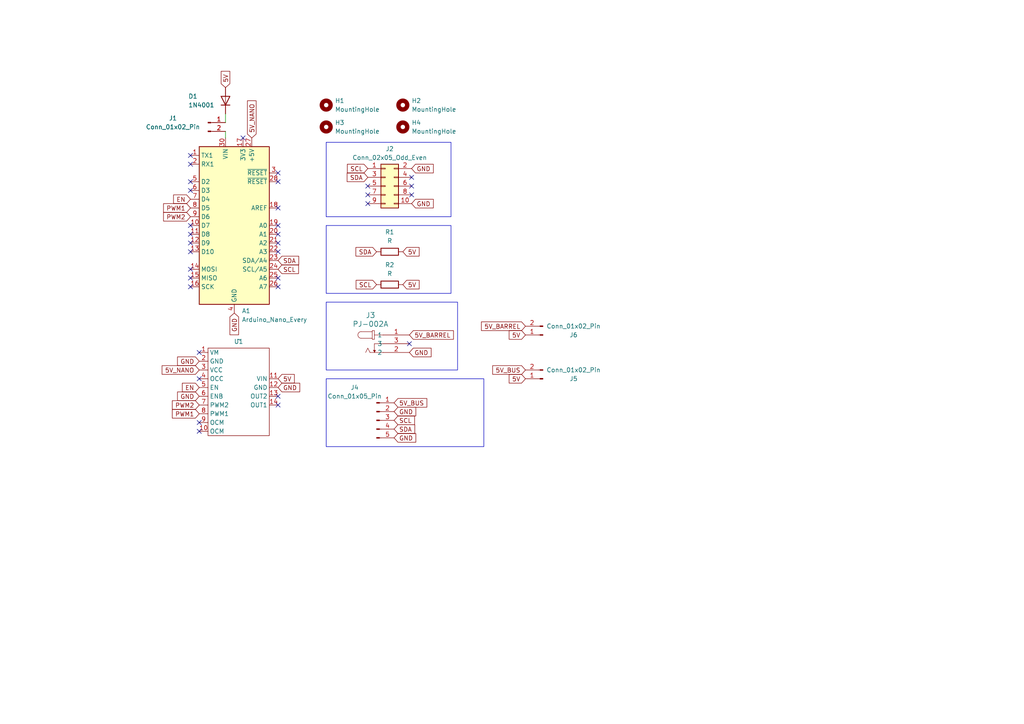
<source format=kicad_sch>
(kicad_sch (version 20230121) (generator eeschema)
  (paper "A4")
  (lib_symbols
    (symbol "Connector:Conn_01x02_Pin" (pin_names (offset 1.016) hide)
      (property "Reference" "J" (at 0 2.54 0))
      (property "Value" "Conn_01x02_Pin" (at 0 -5.08 0))
      (symbol "Conn_01x02_Pin_1_1"
        (polyline (pts (xy 1.27 -2.54) (xy 0.8636 -2.54)) (stroke (width 0.1524)))
        (polyline (pts (xy 1.27 0) (xy 0.8636 0)) (stroke (width 0.1524)))
        (rectangle (start 0.8636 -2.413) (end 0 -2.667) (stroke (width 0.1524)) (fill (type outline)))
        (rectangle (start 0.8636 0.127) (end 0 -0.127) (stroke (width 0.1524)) (fill (type outline)))
        (pin passive line (at 5.08 0 180) (length 3.81) (name "Pin_1") (number "1"))
        (pin passive line (at 5.08 -2.54 180) (length 3.81) (name "Pin_2") (number "2"))
      )
    )
    (symbol "Connector:Conn_01x05_Pin" (pin_names (offset 1.016) hide)
      (property "Reference" "J" (at 0 7.62 0))
      (property "Value" "Conn_01x05_Pin" (at 0 -7.62 0))
      (symbol "Conn_01x05_Pin_1_1"
        (polyline (pts (xy 1.27 -5.08) (xy 0.8636 -5.08)) (stroke (width 0.1524)))
        (polyline (pts (xy 1.27 -2.54) (xy 0.8636 -2.54)) (stroke (width 0.1524)))
        (polyline (pts (xy 1.27 0) (xy 0.8636 0)) (stroke (width 0.1524)))
        (polyline (pts (xy 1.27 2.54) (xy 0.8636 2.54)) (stroke (width 0.1524)))
        (polyline (pts (xy 1.27 5.08) (xy 0.8636 5.08)) (stroke (width 0.1524)))
        (rectangle (start 0.8636 -4.953) (end 0 -5.207) (stroke (width 0.1524)) (fill (type outline)))
        (rectangle (start 0.8636 -2.413) (end 0 -2.667) (stroke (width 0.1524)) (fill (type outline)))
        (rectangle (start 0.8636 0.127) (end 0 -0.127) (stroke (width 0.1524)) (fill (type outline)))
        (rectangle (start 0.8636 2.667) (end 0 2.413) (stroke (width 0.1524)) (fill (type outline)))
        (rectangle (start 0.8636 5.207) (end 0 4.953) (stroke (width 0.1524)) (fill (type outline)))
        (pin passive line (at 5.08 5.08 180) (length 3.81) (name "Pin_1") (number "1"))
        (pin passive line (at 5.08 2.54 180) (length 3.81) (name "Pin_2") (number "2"))
        (pin passive line (at 5.08 0 180) (length 3.81) (name "Pin_3") (number "3"))
        (pin passive line (at 5.08 -2.54 180) (length 3.81) (name "Pin_4") (number "4"))
        (pin passive line (at 5.08 -5.08 180) (length 3.81) (name "Pin_5") (number "5"))
      )
    )
    (symbol "Connector_Generic:Conn_02x05_Odd_Even" (pin_names (offset 1.016) hide)
      (property "Reference" "J" (at 1.27 7.62 0))
      (property "Value" "Conn_02x05_Odd_Even" (at 1.27 -7.62 0))
      (symbol "Conn_02x05_Odd_Even_1_1"
        (rectangle (start -1.27 -4.953) (end 0 -5.207) (stroke (width 0.1524)))
        (rectangle (start -1.27 -2.413) (end 0 -2.667) (stroke (width 0.1524)))
        (rectangle (start -1.27 0.127) (end 0 -0.127) (stroke (width 0.1524)))
        (rectangle (start -1.27 2.667) (end 0 2.413) (stroke (width 0.1524)))
        (rectangle (start -1.27 5.207) (end 0 4.953) (stroke (width 0.1524)))
        (rectangle (start -1.27 6.35) (end 3.81 -6.35) (stroke (width 0.254)) (fill (type background)))
        (rectangle (start 3.81 -4.953) (end 2.54 -5.207) (stroke (width 0.1524)))
        (rectangle (start 3.81 -2.413) (end 2.54 -2.667) (stroke (width 0.1524)))
        (rectangle (start 3.81 0.127) (end 2.54 -0.127) (stroke (width 0.1524)))
        (rectangle (start 3.81 2.667) (end 2.54 2.413) (stroke (width 0.1524)))
        (rectangle (start 3.81 5.207) (end 2.54 4.953) (stroke (width 0.1524)))
        (pin passive line (at -5.08 5.08 0) (length 3.81) (name "Pin_1") (number "1"))
        (pin passive line (at 7.62 -5.08 180) (length 3.81) (name "Pin_10") (number "10"))
        (pin passive line (at 7.62 5.08 180) (length 3.81) (name "Pin_2") (number "2"))
        (pin passive line (at -5.08 2.54 0) (length 3.81) (name "Pin_3") (number "3"))
        (pin passive line (at 7.62 2.54 180) (length 3.81) (name "Pin_4") (number "4"))
        (pin passive line (at -5.08 0 0) (length 3.81) (name "Pin_5") (number "5"))
        (pin passive line (at 7.62 0 180) (length 3.81) (name "Pin_6") (number "6"))
        (pin passive line (at -5.08 -2.54 0) (length 3.81) (name "Pin_7") (number "7"))
        (pin passive line (at 7.62 -2.54 180) (length 3.81) (name "Pin_8") (number "8"))
        (pin passive line (at -5.08 -5.08 0) (length 3.81) (name "Pin_9") (number "9"))
      )
    )
    (symbol "Device:R" (pin_numbers hide) (pin_names (offset 0))
      (property "Reference" "R" (at 2.032 0 90))
      (property "Value" "R" (at 0 0 90))
      (symbol "R_0_1"
        (rectangle (start -1.016 -2.54) (end 1.016 2.54) (stroke (width 0.254)))
      )
      (symbol "R_1_1"
        (pin passive line (at 0 3.81 270) (length 1.27) (name "~") (number "1"))
        (pin passive line (at 0 -3.81 90) (length 1.27) (name "~") (number "2"))
      )
    )
    (symbol "Diode:1N4001" (pin_numbers hide) (pin_names hide)
      (property "Reference" "D" (at 0 2.54 0))
      (property "Value" "1N4001" (at 0 -2.54 0))
      (symbol "1N4001_0_1"
        (polyline (pts (xy -1.27 1.27) (xy -1.27 -1.27)) (stroke (width 0.254)))
        (polyline (pts (xy 1.27 0) (xy -1.27 0)))
        (polyline (pts (xy 1.27 1.27) (xy 1.27 -1.27) (xy -1.27 0) (xy 1.27 1.27)) (stroke (width 0.254)))
      )
      (symbol "1N4001_1_1"
        (pin passive line (at -3.81 0 0) (length 2.54) (name "K") (number "1"))
        (pin passive line (at 3.81 0 180) (length 2.54) (name "A") (number "2"))
      )
    )
    (symbol "MCU_Module:Arduino_Nano_Every"
      (property "Reference" "A" (at -10.16 23.495 0))
      (property "Value" "Arduino_Nano_Every" (at 5.08 -24.13 0))
      (symbol "Arduino_Nano_Every_0_1"
        (rectangle (start -10.16 22.86) (end 10.16 -22.86) (stroke (width 0.254)) (fill (type background)))
      )
      (symbol "Arduino_Nano_Every_1_1"
        (pin bidirectional line (at -12.7 20.32 0) (length 2.54) (name "TX1") (number "1"))
        (pin bidirectional line (at -12.7 0 0) (length 2.54) (name "D7") (number "10"))
        (pin bidirectional line (at -12.7 -2.54 0) (length 2.54) (name "D8") (number "11"))
        (pin bidirectional line (at -12.7 -5.08 0) (length 2.54) (name "D9") (number "12"))
        (pin bidirectional line (at -12.7 -7.62 0) (length 2.54) (name "D10") (number "13"))
        (pin bidirectional line (at -12.7 -12.7 0) (length 2.54) (name "MOSI") (number "14"))
        (pin bidirectional line (at -12.7 -15.24 0) (length 2.54) (name "MISO") (number "15"))
        (pin bidirectional line (at -12.7 -17.78 0) (length 2.54) (name "SCK") (number "16"))
        (pin power_out line (at 2.54 25.4 270) (length 2.54) (name "3V3") (number "17"))
        (pin input line (at 12.7 5.08 180) (length 2.54) (name "AREF") (number "18"))
        (pin bidirectional line (at 12.7 0 180) (length 2.54) (name "A0") (number "19"))
        (pin bidirectional line (at -12.7 17.78 0) (length 2.54) (name "RX1") (number "2"))
        (pin bidirectional line (at 12.7 -2.54 180) (length 2.54) (name "A1") (number "20"))
        (pin bidirectional line (at 12.7 -5.08 180) (length 2.54) (name "A2") (number "21"))
        (pin bidirectional line (at 12.7 -7.62 180) (length 2.54) (name "A3") (number "22"))
        (pin bidirectional line (at 12.7 -10.16 180) (length 2.54) (name "SDA/A4") (number "23"))
        (pin bidirectional line (at 12.7 -12.7 180) (length 2.54) (name "SCL/A5") (number "24"))
        (pin bidirectional line (at 12.7 -15.24 180) (length 2.54) (name "A6") (number "25"))
        (pin bidirectional line (at 12.7 -17.78 180) (length 2.54) (name "A7") (number "26"))
        (pin power_out line (at 5.08 25.4 270) (length 2.54) (name "+5V") (number "27"))
        (pin input line (at 12.7 12.7 180) (length 2.54) (name "~{RESET}") (number "28"))
        (pin passive line (at 0 -25.4 90) (length 2.54) hide (name "GND") (number "29"))
        (pin input line (at 12.7 15.24 180) (length 2.54) (name "~{RESET}") (number "3"))
        (pin power_in line (at -2.54 25.4 270) (length 2.54) (name "VIN") (number "30"))
        (pin power_in line (at 0 -25.4 90) (length 2.54) (name "GND") (number "4"))
        (pin bidirectional line (at -12.7 12.7 0) (length 2.54) (name "D2") (number "5"))
        (pin bidirectional line (at -12.7 10.16 0) (length 2.54) (name "D3") (number "6"))
        (pin bidirectional line (at -12.7 7.62 0) (length 2.54) (name "D4") (number "7"))
        (pin bidirectional line (at -12.7 5.08 0) (length 2.54) (name "D5") (number "8"))
        (pin bidirectional line (at -12.7 2.54 0) (length 2.54) (name "D6") (number "9"))
      )
    )
    (symbol "Mechanical:MountingHole" (pin_names (offset 1.016))
      (property "Reference" "H" (at 0 5.08 0))
      (property "Value" "MountingHole" (at 0 3.175 0))
      (symbol "MountingHole_0_1"
        (circle (center 0 0) (radius 1.27) (stroke (width 1.27)))
      )
    )
    (symbol "Pneumatactors:PJ-002A" (pin_names (offset 0.254))
      (property "Reference" "J" (at -7.62 7.62 0))
      (property "Value" "PJ-002A" (at -7.62 5.08 0))
      (symbol "PJ-002A_0_1"
        (arc (start -13.97 0.9652) (mid -14.931 0) (end -13.97 -0.9652) (stroke (width 0.127)))
        (polyline (pts (xy -12.065 -3.81) (xy -12.7 -5.08)) (stroke (width 0.127)))
        (polyline (pts (xy -11.43 -5.08) (xy -12.065 -3.81)) (stroke (width 0.127)))
        (polyline (pts (xy -10.795 -0.9525) (xy -13.97 -0.9525)) (stroke (width 0.127)))
        (polyline (pts (xy -10.795 0.9525) (xy -13.97 0.9525)) (stroke (width 0.127)))
        (polyline (pts (xy -10.795 1.27) (xy -10.795 -1.27)) (stroke (width 0.127)))
        (polyline (pts (xy -10.795 1.27) (xy -10.16 1.27)) (stroke (width 0.127)))
        (polyline (pts (xy -10.16 -4.445) (xy -10.16 -2.54)) (stroke (width 0.127)))
        (polyline (pts (xy -10.16 -1.27) (xy -10.795 -1.27)) (stroke (width 0.127)))
        (polyline (pts (xy -10.16 1.27) (xy -10.16 -1.27)) (stroke (width 0.127)))
        (polyline (pts (xy -7.62 -5.08) (xy -11.43 -5.08)) (stroke (width 0.127)))
        (polyline (pts (xy -7.62 -2.54) (xy -10.16 -2.54)) (stroke (width 0.127)))
        (polyline (pts (xy -7.62 0) (xy -10.16 0)) (stroke (width 0.127)))
        (polyline (pts (xy -10.16 -5.08) (xy -9.8425 -4.445) (xy -10.4775 -4.445)) (fill (type outline)))
        (pin unspecified line (at 0 0 180) (length 7.62) (name "1") (number "1"))
        (pin unspecified line (at 0 -5.08 180) (length 7.62) (name "2") (number "2"))
        (pin unspecified line (at 0 -2.54 180) (length 7.62) (name "3") (number "3"))
      )
    )
    (symbol "Pneumatactors:Pololu_2997_Motor_Driver"
      (property "Reference" "U" (at 0 0 0))
      (symbol "Pololu_2997_Motor_Driver_0_1"
        (rectangle (start -8.89 -2.54) (end 8.89 -27.94))
      )
      (symbol "Pololu_2997_Motor_Driver_1_1"
        (pin input line (at -11.43 -3.81 0) (length 2.54) (name "VM") (number "1"))
        (pin input line (at -11.43 -26.67 0) (length 2.54) (name "OCM") (number "10"))
        (pin input line (at 11.43 -11.43 180) (length 2.54) (name "VIN") (number "11"))
        (pin input line (at 11.43 -13.97 180) (length 2.54) (name "GND") (number "12"))
        (pin input line (at 11.43 -16.51 180) (length 2.54) (name "OUT2") (number "13"))
        (pin input line (at 11.43 -19.05 180) (length 2.54) (name "OUT1") (number "14"))
        (pin input line (at -11.43 -6.35 0) (length 2.54) (name "GND") (number "2"))
        (pin input line (at -11.43 -8.89 0) (length 2.54) (name "VCC") (number "3"))
        (pin input line (at -11.43 -11.43 0) (length 2.54) (name "OCC") (number "4"))
        (pin input line (at -11.43 -13.97 0) (length 2.54) (name "EN") (number "5"))
        (pin input line (at -11.43 -16.51 0) (length 2.54) (name "ENB") (number "6"))
        (pin input line (at -11.43 -19.05 0) (length 2.54) (name "PWM2") (number "7"))
        (pin input line (at -11.43 -21.59 0) (length 2.54) (name "PWM1") (number "8"))
        (pin input line (at -11.43 -24.13 0) (length 2.54) (name "OCM") (number "9"))
      )
    )
  )
  (no_connect (at 55.245 70.485))
  (no_connect (at 55.245 45.085))
  (no_connect (at 70.485 40.005))
  (no_connect (at 57.785 102.235))
  (no_connect (at 55.245 52.705))
  (no_connect (at 57.785 109.855))
  (no_connect (at 55.245 67.945))
  (no_connect (at 80.645 117.475))
  (no_connect (at 80.645 50.165))
  (no_connect (at 55.245 78.105))
  (no_connect (at 55.245 73.025))
  (no_connect (at 55.245 83.185))
  (no_connect (at 57.785 125.095))
  (no_connect (at 106.68 59.055))
  (no_connect (at 80.645 52.705))
  (no_connect (at 80.645 65.405))
  (no_connect (at 118.745 99.695))
  (no_connect (at 80.645 67.945))
  (no_connect (at 55.245 65.405))
  (no_connect (at 80.645 73.025))
  (no_connect (at 80.645 83.185))
  (no_connect (at 106.68 53.975))
  (no_connect (at 55.245 80.645))
  (no_connect (at 80.645 60.325))
  (no_connect (at 55.245 55.245))
  (no_connect (at 119.38 53.975))
  (no_connect (at 80.645 114.935))
  (no_connect (at 80.645 70.485))
  (no_connect (at 119.38 51.435))
  (no_connect (at 57.785 122.555))
  (no_connect (at 119.38 56.515))
  (no_connect (at 80.645 80.645))
  (no_connect (at 55.245 47.625))
  (no_connect (at 106.68 56.515))
  (wire (pts (xy 65.405 38.1) (xy 65.405 40.005)))
  (wire (pts (xy 65.405 33.02) (xy 65.405 35.56)))
  (rectangle (start 94.615 41.275) (end 130.81 62.865))
  (rectangle (start 94.615 87.63) (end 132.715 107.315))
  (rectangle (start 94.615 109.855) (end 140.335 129.54))
  (rectangle (start 94.615 65.405) (end 130.81 85.09))
  (global_label "5V_NANO" (shape input) (at 57.785 107.315 180) (property "Intersheetrefs" "${INTERSHEET_REFS}" (effects hide)))
  (global_label "GND" (shape input) (at 114.3 119.38 0) (property "Intersheetrefs" "${INTERSHEET_REFS}" (effects hide)))
  (global_label "5V_BARREL" (shape input) (at 152.4 94.615 180) (property "Intersheetrefs" "${INTERSHEET_REFS}" (effects hide)))
  (global_label "5V_NANO" (shape input) (at 73.025 40.005 90) (property "Intersheetrefs" "${INTERSHEET_REFS}" (effects hide)))
  (global_label "5V" (shape input) (at 65.405 25.4 90) (property "Intersheetrefs" "${INTERSHEET_REFS}" (effects hide)))
  (global_label "GND" (shape input) (at 114.3 127 0) (property "Intersheetrefs" "${INTERSHEET_REFS}" (effects hide)))
  (global_label "PWM1" (shape input) (at 57.785 120.015 180) (property "Intersheetrefs" "${INTERSHEET_REFS}" (effects hide)))
  (global_label "GND" (shape input) (at 57.785 114.935 180) (property "Intersheetrefs" "${INTERSHEET_REFS}" (effects hide)))
  (global_label "5V_BARREL" (shape input) (at 118.745 97.155 0) (property "Intersheetrefs" "${INTERSHEET_REFS}" (effects hide)))
  (global_label "GND" (shape input) (at 80.645 112.395 0) (property "Intersheetrefs" "${INTERSHEET_REFS}" (effects hide)))
  (global_label "5V_BUS" (shape input) (at 114.3 116.84 0) (property "Intersheetrefs" "${INTERSHEET_REFS}" (effects hide)))
  (global_label "EN" (shape input) (at 57.785 112.395 180) (property "Intersheetrefs" "${INTERSHEET_REFS}" (effects hide)))
  (global_label "SDA" (shape input) (at 106.68 51.435 180) (property "Intersheetrefs" "${INTERSHEET_REFS}" (effects hide)))
  (global_label "SDA" (shape input) (at 80.645 75.565 0) (property "Intersheetrefs" "${INTERSHEET_REFS}" (effects hide)))
  (global_label "PWM1" (shape input) (at 55.245 60.325 180) (property "Intersheetrefs" "${INTERSHEET_REFS}" (effects hide)))
  (global_label "PWM2" (shape input) (at 55.245 62.865 180) (property "Intersheetrefs" "${INTERSHEET_REFS}" (effects hide)))
  (global_label "SCL" (shape input) (at 114.3 121.92 0) (property "Intersheetrefs" "${INTERSHEET_REFS}" (effects hide)))
  (global_label "GND" (shape input) (at 67.945 90.805 270) (property "Intersheetrefs" "${INTERSHEET_REFS}" (effects hide)))
  (global_label "5V" (shape input) (at 116.84 73.025 0) (property "Intersheetrefs" "${INTERSHEET_REFS}" (effects hide)))
  (global_label "EN" (shape input) (at 55.245 57.785 180) (property "Intersheetrefs" "${INTERSHEET_REFS}" (effects hide)))
  (global_label "GND" (shape input) (at 119.38 59.055 0) (property "Intersheetrefs" "${INTERSHEET_REFS}" (effects hide)))
  (global_label "SDA" (shape input) (at 109.22 73.025 180) (property "Intersheetrefs" "${INTERSHEET_REFS}" (effects hide)))
  (global_label "5V" (shape input) (at 116.84 82.55 0) (property "Intersheetrefs" "${INTERSHEET_REFS}" (effects hide)))
  (global_label "SCL" (shape input) (at 80.645 78.105 0) (property "Intersheetrefs" "${INTERSHEET_REFS}" (effects hide)))
  (global_label "5V_BUS" (shape input) (at 152.4 107.315 180) (property "Intersheetrefs" "${INTERSHEET_REFS}" (effects hide)))
  (global_label "SCL" (shape input) (at 109.22 82.55 180) (property "Intersheetrefs" "${INTERSHEET_REFS}" (effects hide)))
  (global_label "5V" (shape input) (at 152.4 97.155 180) (property "Intersheetrefs" "${INTERSHEET_REFS}" (effects hide)))
  (global_label "GND" (shape input) (at 119.38 48.895 0) (property "Intersheetrefs" "${INTERSHEET_REFS}" (effects hide)))
  (global_label "GND" (shape input) (at 118.745 102.235 0) (property "Intersheetrefs" "${INTERSHEET_REFS}" (effects hide)))
  (global_label "PWM2" (shape input) (at 57.785 117.475 180) (property "Intersheetrefs" "${INTERSHEET_REFS}" (effects hide)))
  (global_label "GND" (shape input) (at 57.785 104.775 180) (property "Intersheetrefs" "${INTERSHEET_REFS}" (effects hide)))
  (global_label "5V" (shape input) (at 152.4 109.855 180) (property "Intersheetrefs" "${INTERSHEET_REFS}" (effects hide)))
  (global_label "5V" (shape input) (at 80.645 109.855 0) (property "Intersheetrefs" "${INTERSHEET_REFS}" (effects hide)))
  (global_label "SDA" (shape input) (at 114.3 124.46 0) (property "Intersheetrefs" "${INTERSHEET_REFS}" (effects hide)))
  (global_label "SCL" (shape input) (at 106.68 48.895 180) (property "Intersheetrefs" "${INTERSHEET_REFS}" (effects hide)))
  (symbol (lib_id "Mechanical:MountingHole") (at 116.84 36.83 0) (unit 1)
    (property "Reference" "H4" (at 119.38 35.56 0) (effects (justify left)))
    (property "Value" "MountingHole" (at 119.38 38.1 0) (effects (justify left)))
    (property "Footprint" "MountingHole:MountingHole_3.2mm_M3_ISO14580_Pad" (effects hide))
  )
  (symbol (lib_id "Device:R") (at 113.03 82.55 90) (unit 1)
    (property "Reference" "R2" (at 113.03 76.835 90))
    (property "Value" "R" (at 113.03 79.375 90))
    (property "Footprint" "Resistor_THT:R_Axial_DIN0207_L6.3mm_D2.5mm_P10.16mm_Horizontal" (effects hide))
  )
  (symbol (lib_id "Mechanical:MountingHole") (at 116.84 30.48 0) (unit 1)
    (property "Reference" "H2" (at 119.38 29.21 0) (effects (justify left)))
    (property "Value" "MountingHole" (at 119.38 31.75 0) (effects (justify left)))
    (property "Footprint" "MountingHole:MountingHole_3.2mm_M3_ISO14580_Pad" (effects hide))
  )
  (symbol (lib_id "Connector_Generic:Conn_02x05_Odd_Even") (at 111.76 53.975 0) (unit 1)
    (property "Reference" "J2" (at 113.03 43.18 0))
    (property "Value" "Conn_02x05_Odd_Even" (at 113.03 45.72 0))
    (property "Footprint" "Connector_PinHeader_2.54mm:PinHeader_2x05_P2.54mm_Vertical" (effects hide))
  )
  (symbol (lib_id "Device:R") (at 113.03 73.025 90) (unit 1)
    (property "Reference" "R1" (at 113.03 67.31 90))
    (property "Value" "R" (at 113.03 69.85 90))
    (property "Footprint" "Resistor_THT:R_Axial_DIN0207_L6.3mm_D2.5mm_P10.16mm_Horizontal" (effects hide))
  )
  (symbol (lib_id "Connector:Conn_01x02_Pin") (at 157.48 109.855 180) (unit 1)
    (property "Reference" "J5" (at 166.37 109.855 0))
    (property "Value" "Conn_01x02_Pin" (at 166.37 107.315 0))
    (property "Footprint" "Connector_PinHeader_2.54mm:PinHeader_1x02_P2.54mm_Vertical" (effects hide))
  )
  (symbol (lib_id "Pneumatactors:PJ-002A") (at 118.745 97.155 0) (unit 1)
    (property "Reference" "J3" (at 107.4695 91.44 0) (effects (font (size 1.524 1.524))))
    (property "Value" "PJ-002A" (at 107.4695 93.98 0) (effects (font (size 1.524 1.524))))
    (property "Footprint" "Pneumatactors:PJ-002A_CUD" (effects hide))
    (property "Datasheet" "PJ-002A" (effects hide))
  )
  (symbol (lib_id "Mechanical:MountingHole") (at 94.615 36.83 0) (unit 1)
    (property "Reference" "H3" (at 97.155 35.56 0) (effects (justify left)))
    (property "Value" "MountingHole" (at 97.155 38.1 0) (effects (justify left)))
    (property "Footprint" "MountingHole:MountingHole_3.2mm_M3_ISO14580_Pad" (effects hide))
  )
  (symbol (lib_id "Connector:Conn_01x02_Pin") (at 60.325 35.56 0) (unit 1)
    (property "Reference" "J1" (at 50.165 34.29 0))
    (property "Value" "Conn_01x02_Pin" (at 50.165 36.83 0))
    (property "Footprint" "Connector_PinHeader_2.54mm:PinHeader_1x02_P2.54mm_Vertical" (effects hide))
  )
  (symbol (lib_id "MCU_Module:Arduino_Nano_Every") (at 67.945 65.405 0) (unit 1)
    (property "Reference" "A1" (at 70.1391 90.17 0) (effects (justify left)))
    (property "Value" "Arduino_Nano_Every" (at 70.1391 92.71 0) (effects (justify left)))
    (property "Footprint" "Module:Arduino_Nano" (effects hide))
    (property "Datasheet" "https://content.arduino.cc/assets/NANOEveryV3.0_sch.pdf" (effects hide))
  )
  (symbol (lib_id "Connector:Conn_01x05_Pin") (at 109.22 121.92 0) (unit 1)
    (property "Reference" "J4" (at 102.87 112.395 0))
    (property "Value" "Conn_01x05_Pin" (at 102.87 114.935 0))
    (property "Footprint" "Connector_PinHeader_2.54mm:PinHeader_1x05_P2.54mm_Vertical" (effects hide))
  )
  (symbol (lib_id "Connector:Conn_01x02_Pin") (at 157.48 97.155 180) (unit 1)
    (property "Reference" "J6" (at 166.37 97.155 0))
    (property "Value" "Conn_01x02_Pin" (at 166.37 94.615 0))
    (property "Footprint" "Connector_PinHeader_2.54mm:PinHeader_1x02_P2.54mm_Vertical" (effects hide))
  )
  (symbol (lib_id "Mechanical:MountingHole") (at 94.615 30.48 0) (unit 1)
    (property "Reference" "H1" (at 97.155 29.21 0) (effects (justify left)))
    (property "Value" "MountingHole" (at 97.155 31.75 0) (effects (justify left)))
    (property "Footprint" "MountingHole:MountingHole_3.2mm_M3_ISO14580_Pad" (effects hide))
  )
  (symbol (lib_id "Pneumatactors:Pololu_2997_Motor_Driver") (at 69.215 98.425 0) (unit 1)
    (property "Reference" "U1" (at 69.215 99.06 0))
    (property "Value" "~" (at 69.215 98.425 0))
    (property "Footprint" "Pneumatactors:Pololu 2997 Motor Driver" (effects hide))
  )
  (symbol (lib_id "Diode:1N4001") (at 65.405 29.21 90) (unit 1)
    (property "Reference" "D1" (at 54.61 27.94 90) (effects (justify right)))
    (property "Value" "1N4001" (at 54.61 30.48 90) (effects (justify right)))
    (property "Footprint" "Diode_THT:D_DO-41_SOD81_P10.16mm_Horizontal" (effects hide))
    (property "Datasheet" "http://www.vishay.com/docs/88503/1n4001.pdf" (effects hide))
    (property "Sim.Device" "D" (effects hide))
    (property "Sim.Pins" "1=K 2=A" (effects hide))
  )
)
</source>
